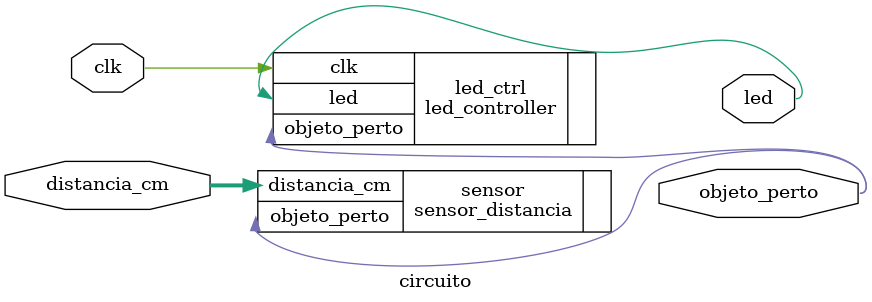
<source format=v>
module circuito (
    input wire clk,                // Clock
    input wire [7:0] distancia_cm, // Entrada de distância simulada
    output wire led,               // Saída para o LED
    output wire objeto_perto       // Exposição do sinal objeto_perto
);
    // Instância do sensor de distância
    sensor_distancia sensor (
        .distancia_cm(distancia_cm),
        .objeto_perto(objeto_perto)
    );

    // Instância do controlador do LED
    led_controller led_ctrl (
        .clk(clk),
        .objeto_perto(objeto_perto),
        .led(led)
    );
endmodule

</source>
